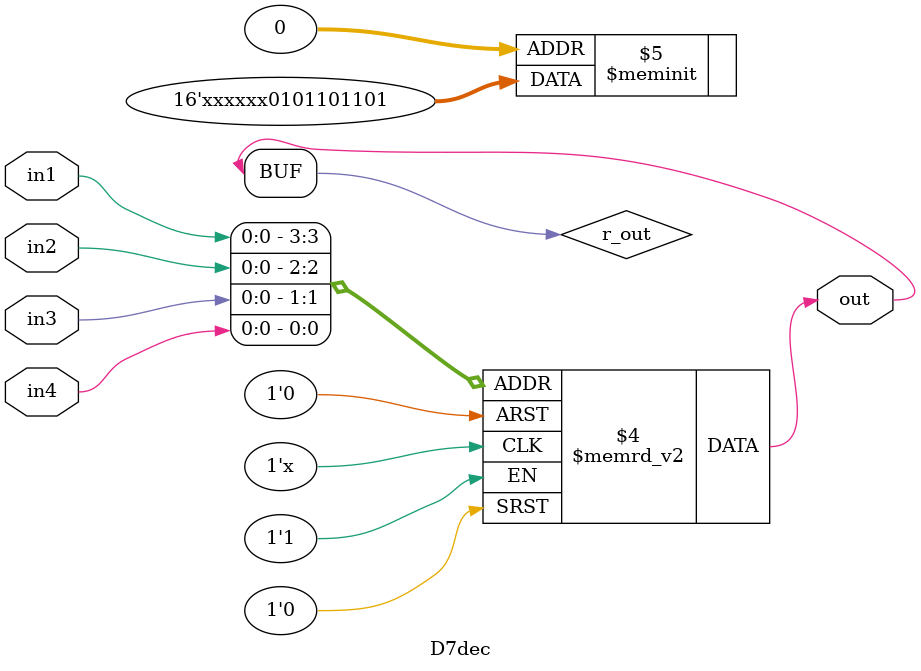
<source format=v>
module D7dec(output out, input in1, in2, in3, in4);
  reg r_out;
  assign out = r_out;
  always@(in1, in2, in3, in4)
    begin
      case({in1, in2, in3, in4})
        4'b0000: out = 1'b1;
        4'b0001: out = 1'b0;
        4'b0010: out = 1'b1;
        4'b0011: out = 1'b1;
        4'b0100: out = 1'b0;
        4'b0101: out = 1'b1;
        4'b0110: out = 1'b1;
        4'b0111: out = 1'b0;
	4'b1000: out = 1'b1;
        4'b1001: out = 1'b0;
        4'b1010: out = 1'bx;
        4'b1011: out = 1'bx;
        4'b1100: out = 1'bx;
        4'b1101: out = 1'bx;
        4'b1110: out = 1'bx;
        4'b1111: out = 1'bx;
	
        default: out = 1'b0;
      endcase
    end
endmodule

</source>
